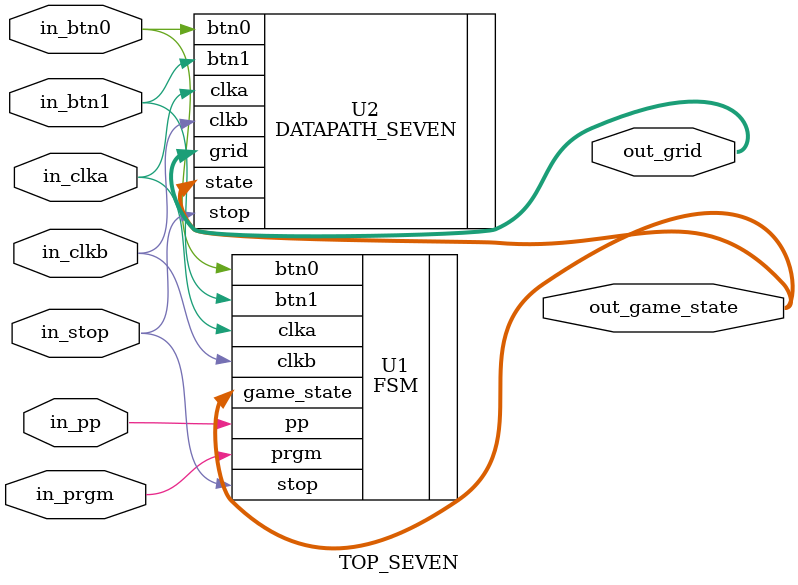
<source format=v>
module TOP_SEVEN (in_clka, in_clkb, in_stop, in_prgm, in_pp, in_btn0, in_btn1, out_game_state, out_grid);
    input wire in_clka, in_clkb, in_stop, in_prgm, in_pp, in_btn0, in_btn1;
    output wire [1:0] out_game_state;
    output wire [48:0] out_grid;

    FSM U1(.clka(in_clka), 
                        .clkb(in_clkb),
                        .stop(in_stop),
                        .prgm(in_prgm),
                        .pp(in_pp),
                        .btn0(in_btn0),
                        .btn1(in_btn1),
                        .game_state(out_game_state));

    DATAPATH_SEVEN U2(.clka(in_clka), 
                        .clkb(in_clkb), 
                        .state(out_game_state), 
                        .btn0(in_btn0),
                        .btn1(in_btn1), 
                        .stop(in_stop), 
                        .grid(out_grid));
endmodule

</source>
